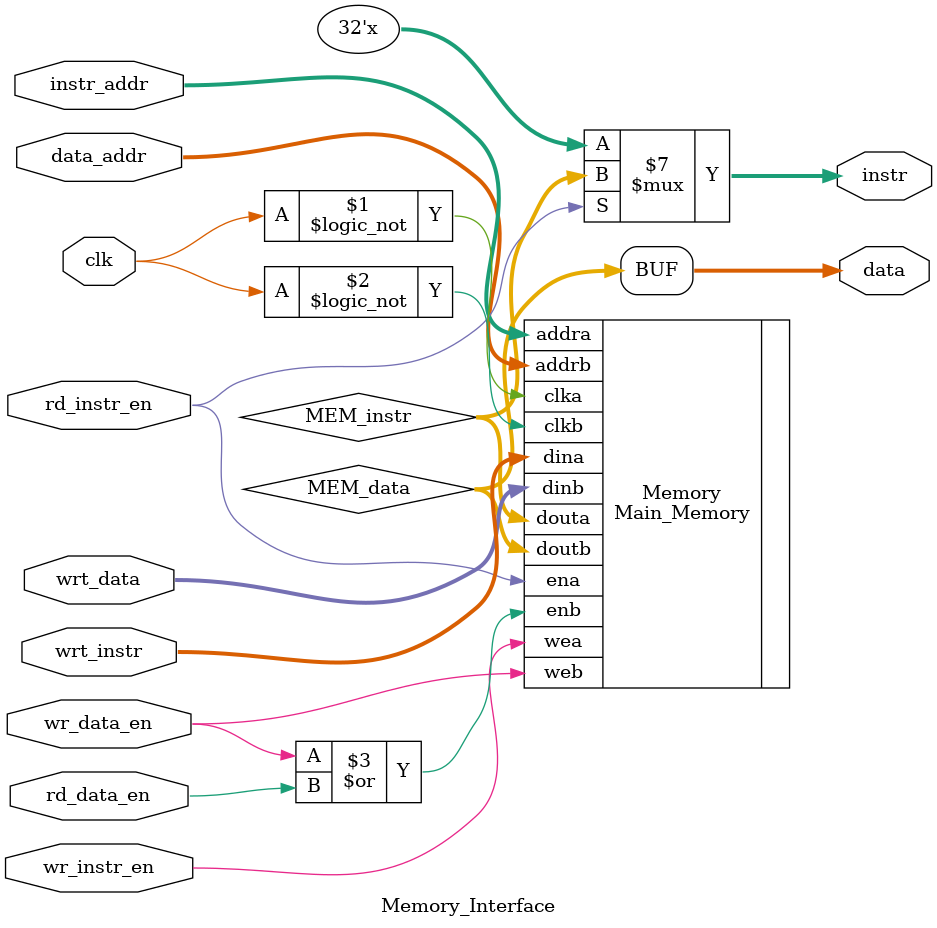
<source format=v>
`timescale 1ns / 1ps


module Memory_Interface
(
	// INPUTS
	clk, 
	instr_addr, data_addr,
	rd_instr_en, rd_data_en,
	wr_instr_en, wr_data_en,
	wrt_instr, wrt_data,

	// OUTPUTS
	data, instr
);
	input clk;

	input [11:0] instr_addr; // values x000 - x3FF
	input [11:0] data_addr;	 // values x400 - xFFF

	input rd_instr_en, rd_data_en;

	input wr_instr_en, wr_data_en;	// Write instruction should never be high

	input [31:0] wrt_instr, wrt_data;
	output reg [31:0] data, instr;
	
	// Memory output
	wire [31:0] MEM_instr;
	wire [31:0] MEM_data;

Main_Memory Memory
(

	.clka(!clk), .clkb(!clk),
	
	// Instruction Memory
	.addra(instr_addr), .ena(rd_instr_en),
	.dina(wrt_instr), .douta(MEM_instr),
	.wea(wr_instr_en),

	// Data Memory	
	.addrb(data_addr), .enb(wr_data_en | rd_data_en),
	.dinb(wrt_data), .doutb(MEM_data),
	.web(wr_data_en)

);

// Instruction mux
always @(*) begin

	if (rd_instr_en) begin
		instr = MEM_instr;
	end
	else begin
		instr = 32'hzzzzzzzz;
	end
	
end

// Data mux
always @(*) begin

	//if (wr_data_en | rd_data_en) begin
		data = MEM_data;
	//end
	//else begin
		//data = 32'hzzzzzzzz;
	//end
	
end

endmodule

</source>
